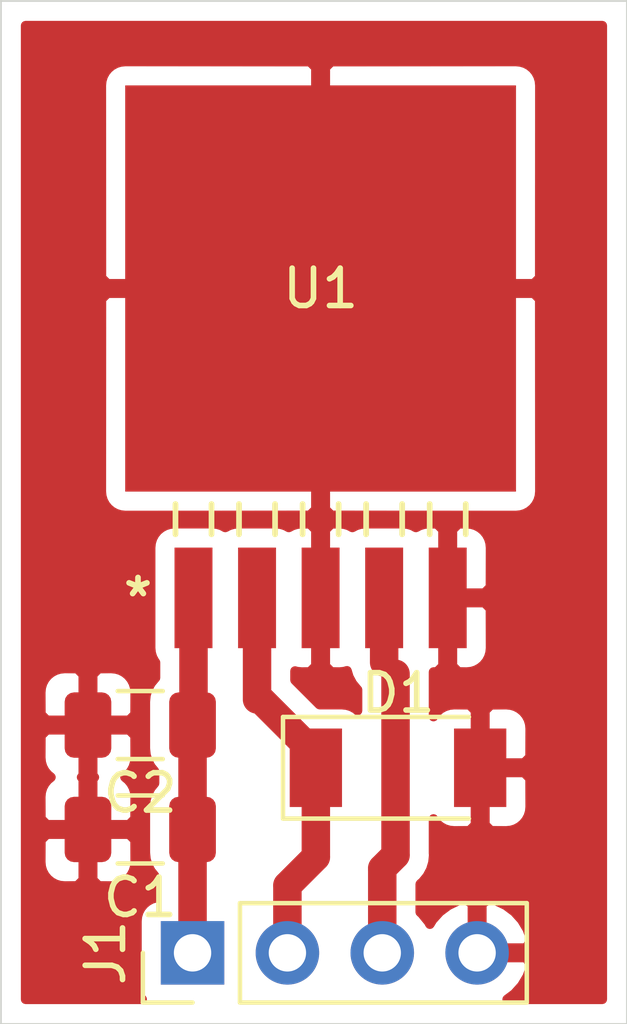
<source format=kicad_pcb>
(kicad_pcb (version 20171130) (host pcbnew "(5.1.4-0-10_14)")

  (general
    (thickness 1.6)
    (drawings 4)
    (tracks 14)
    (zones 0)
    (modules 5)
    (nets 5)
  )

  (page A4)
  (title_block
    (title "LM2592 Breakout Board")
    (date 2019-12-02)
    (rev v0.1)
    (comment 4 "Author:  Brian Bates")
  )

  (layers
    (0 F.Cu signal)
    (31 B.Cu signal)
    (32 B.Adhes user)
    (33 F.Adhes user)
    (34 B.Paste user)
    (35 F.Paste user)
    (36 B.SilkS user)
    (37 F.SilkS user)
    (38 B.Mask user)
    (39 F.Mask user)
    (40 Dwgs.User user)
    (41 Cmts.User user)
    (42 Eco1.User user)
    (43 Eco2.User user)
    (44 Edge.Cuts user)
    (45 Margin user)
    (46 B.CrtYd user)
    (47 F.CrtYd user)
    (48 B.Fab user)
    (49 F.Fab user)
  )

  (setup
    (last_trace_width 0.381)
    (trace_clearance 0.4064)
    (zone_clearance 0.508)
    (zone_45_only no)
    (trace_min 0.1524)
    (via_size 0.762)
    (via_drill 0.381)
    (via_min_size 0.6858)
    (via_min_drill 0.3302)
    (uvia_size 0.762)
    (uvia_drill 0.381)
    (uvias_allowed no)
    (uvia_min_size 0.6858)
    (uvia_min_drill 0.3302)
    (edge_width 0.05)
    (segment_width 0.2)
    (pcb_text_width 0.3)
    (pcb_text_size 1.5 1.5)
    (mod_edge_width 0.12)
    (mod_text_size 1 1)
    (mod_text_width 0.15)
    (pad_size 1.524 1.524)
    (pad_drill 0.762)
    (pad_to_mask_clearance 0.051)
    (solder_mask_min_width 0.25)
    (aux_axis_origin 0 0)
    (visible_elements FFFFFF7F)
    (pcbplotparams
      (layerselection 0x01000_ffffffff)
      (usegerberextensions false)
      (usegerberattributes false)
      (usegerberadvancedattributes false)
      (creategerberjobfile false)
      (excludeedgelayer true)
      (linewidth 0.100000)
      (plotframeref false)
      (viasonmask false)
      (mode 1)
      (useauxorigin false)
      (hpglpennumber 1)
      (hpglpenspeed 20)
      (hpglpendiameter 15.000000)
      (psnegative false)
      (psa4output false)
      (plotreference false)
      (plotvalue false)
      (plotinvisibletext false)
      (padsonsilk true)
      (subtractmaskfromsilk false)
      (outputformat 1)
      (mirror false)
      (drillshape 0)
      (scaleselection 1)
      (outputdirectory "Gerbers/"))
  )

  (net 0 "")
  (net 1 VIN)
  (net 2 FB)
  (net 3 VOUT)
  (net 4 GNDD)

  (net_class Default "This is the default net class."
    (clearance 0.4064)
    (trace_width 0.381)
    (via_dia 0.762)
    (via_drill 0.381)
    (uvia_dia 0.762)
    (uvia_drill 0.381)
    (add_net FB)
    (add_net GNDD)
    (add_net VIN)
    (add_net VOUT)
  )

  (module Connector_PinHeader_2.54mm:PinHeader_1x04_P2.54mm_Vertical (layer F.Cu) (tedit 59FED5CC) (tstamp 5DE614A2)
    (at 173.99 96.139 90)
    (descr "Through hole straight pin header, 1x04, 2.54mm pitch, single row")
    (tags "Through hole pin header THT 1x04 2.54mm single row")
    (path /5DFEA6A4)
    (fp_text reference J1 (at 0 -2.33 90) (layer F.SilkS)
      (effects (font (size 1 1) (thickness 0.15)))
    )
    (fp_text value Conn_01x04_Female (at 0 9.95 90) (layer F.Fab) hide
      (effects (font (size 1 1) (thickness 0.15)))
    )
    (fp_line (start -0.635 -1.27) (end 1.27 -1.27) (layer F.Fab) (width 0.1))
    (fp_line (start 1.27 -1.27) (end 1.27 8.89) (layer F.Fab) (width 0.1))
    (fp_line (start 1.27 8.89) (end -1.27 8.89) (layer F.Fab) (width 0.1))
    (fp_line (start -1.27 8.89) (end -1.27 -0.635) (layer F.Fab) (width 0.1))
    (fp_line (start -1.27 -0.635) (end -0.635 -1.27) (layer F.Fab) (width 0.1))
    (fp_line (start -1.33 8.95) (end 1.33 8.95) (layer F.SilkS) (width 0.12))
    (fp_line (start -1.33 1.27) (end -1.33 8.95) (layer F.SilkS) (width 0.12))
    (fp_line (start 1.33 1.27) (end 1.33 8.95) (layer F.SilkS) (width 0.12))
    (fp_line (start -1.33 1.27) (end 1.33 1.27) (layer F.SilkS) (width 0.12))
    (fp_line (start -1.33 0) (end -1.33 -1.33) (layer F.SilkS) (width 0.12))
    (fp_line (start -1.33 -1.33) (end 0 -1.33) (layer F.SilkS) (width 0.12))
    (fp_line (start -1.8 -1.8) (end -1.8 9.4) (layer F.CrtYd) (width 0.05))
    (fp_line (start -1.8 9.4) (end 1.8 9.4) (layer F.CrtYd) (width 0.05))
    (fp_line (start 1.8 9.4) (end 1.8 -1.8) (layer F.CrtYd) (width 0.05))
    (fp_line (start 1.8 -1.8) (end -1.8 -1.8) (layer F.CrtYd) (width 0.05))
    (fp_text user %R (at 0 3.81) (layer F.Fab)
      (effects (font (size 1 1) (thickness 0.15)))
    )
    (pad 1 thru_hole rect (at 0 0 90) (size 1.7 1.7) (drill 1) (layers *.Cu *.Mask)
      (net 1 VIN))
    (pad 2 thru_hole oval (at 0 2.54 90) (size 1.7 1.7) (drill 1) (layers *.Cu *.Mask)
      (net 3 VOUT))
    (pad 3 thru_hole oval (at 0 5.08 90) (size 1.7 1.7) (drill 1) (layers *.Cu *.Mask)
      (net 2 FB))
    (pad 4 thru_hole oval (at 0 7.62 90) (size 1.7 1.7) (drill 1) (layers *.Cu *.Mask)
      (net 4 GNDD))
    (model ${KISYS3DMOD}/Connector_PinHeader_2.54mm.3dshapes/PinHeader_1x04_P2.54mm_Vertical.wrl
      (at (xyz 0 0 0))
      (scale (xyz 1 1 1))
      (rotate (xyz 0 0 0))
    )
  )

  (module MyLibrary:LM2592HVSX-5.0&slash_NOPB (layer F.Cu) (tedit 0) (tstamp 5DE614DB)
    (at 177.419 78.359)
    (path /5DFE9E78)
    (fp_text reference U1 (at 0 0) (layer F.SilkS)
      (effects (font (size 1 1) (thickness 0.15)))
    )
    (fp_text value LM2592HVSX-5.0_NOPB (at 0.406399 -6.400801) (layer F.SilkS) hide
      (effects (font (size 1 1) (thickness 0.15)))
    )
    (fp_text user "Copyright 2016 Accelerated Designs. All rights reserved." (at 0 0) (layer Cmts.User)
      (effects (font (size 0.127 0.127) (thickness 0.002)))
    )
    (fp_text user * (at -4.8895 8.2804) (layer F.SilkS)
      (effects (font (size 1 1) (thickness 0.15)))
    )
    (fp_text user * (at -3.4036 4.826) (layer F.Fab)
      (effects (font (size 1 1) (thickness 0.15)))
    )
    (fp_text user * (at -3.4036 4.826) (layer F.Fab)
      (effects (font (size 1 1) (thickness 0.15)))
    )
    (fp_text user * (at -4.8895 8.2804) (layer F.SilkS)
      (effects (font (size 1 1) (thickness 0.15)))
    )
    (fp_line (start -2.921 5.08) (end -3.8862 5.08) (layer F.Fab) (width 0.1524))
    (fp_line (start -3.8862 5.08) (end -3.8862 9.271) (layer F.Fab) (width 0.1524))
    (fp_line (start -3.8862 9.271) (end -2.921 9.271) (layer F.Fab) (width 0.1524))
    (fp_line (start -2.921 9.271) (end -2.921 5.08) (layer F.Fab) (width 0.1524))
    (fp_line (start -1.2192 5.08) (end -2.1844 5.08) (layer F.Fab) (width 0.1524))
    (fp_line (start -2.1844 5.08) (end -2.1844 9.271) (layer F.Fab) (width 0.1524))
    (fp_line (start -2.1844 9.271) (end -1.2192 9.271) (layer F.Fab) (width 0.1524))
    (fp_line (start -1.2192 9.271) (end -1.2192 5.08) (layer F.Fab) (width 0.1524))
    (fp_line (start 0.4826 5.08) (end -0.4826 5.08) (layer F.Fab) (width 0.1524))
    (fp_line (start -0.4826 5.08) (end -0.4826 9.271) (layer F.Fab) (width 0.1524))
    (fp_line (start -0.4826 9.271) (end 0.4826 9.271) (layer F.Fab) (width 0.1524))
    (fp_line (start 0.4826 9.271) (end 0.4826 5.08) (layer F.Fab) (width 0.1524))
    (fp_line (start 2.1844 5.08) (end 1.2192 5.08) (layer F.Fab) (width 0.1524))
    (fp_line (start 1.2192 5.08) (end 1.2192 9.271) (layer F.Fab) (width 0.1524))
    (fp_line (start 1.2192 9.271) (end 2.1844 9.271) (layer F.Fab) (width 0.1524))
    (fp_line (start 2.1844 9.271) (end 2.1844 5.08) (layer F.Fab) (width 0.1524))
    (fp_line (start 3.8862 5.08) (end 2.921 5.08) (layer F.Fab) (width 0.1524))
    (fp_line (start 2.921 5.08) (end 2.921 9.271) (layer F.Fab) (width 0.1524))
    (fp_line (start 2.921 9.271) (end 3.8862 9.271) (layer F.Fab) (width 0.1524))
    (fp_line (start 3.8862 9.271) (end 3.8862 5.08) (layer F.Fab) (width 0.1524))
    (fp_line (start -3.8862 5.76834) (end -3.8862 6.5786) (layer F.SilkS) (width 0.1524))
    (fp_line (start -2.1844 5.76834) (end -2.1844 6.5786) (layer F.SilkS) (width 0.1524))
    (fp_line (start -0.4826 5.76834) (end -0.4826 6.5786) (layer F.SilkS) (width 0.1524))
    (fp_line (start 1.2192 5.76834) (end 1.2192 6.5786) (layer F.SilkS) (width 0.1524))
    (fp_line (start 2.921 5.76834) (end 2.921 6.5786) (layer F.SilkS) (width 0.1524))
    (fp_line (start -2.921 5.76834) (end -2.921 6.5786) (layer F.SilkS) (width 0.1524))
    (fp_line (start -1.2192 5.76834) (end -1.2192 6.5786) (layer F.SilkS) (width 0.1524))
    (fp_line (start 0.4826 5.76834) (end 0.4826 6.5786) (layer F.SilkS) (width 0.1524))
    (fp_line (start 2.1844 5.76834) (end 2.1844 6.5786) (layer F.SilkS) (width 0.1524))
    (fp_line (start 3.8862 5.76834) (end 3.8862 6.5786) (layer F.SilkS) (width 0.1524))
    (fp_line (start -5.207 5.08) (end 5.207 5.08) (layer F.Fab) (width 0.1524))
    (fp_line (start 5.207 5.08) (end 5.207 -5.08) (layer F.Fab) (width 0.1524))
    (fp_line (start 5.207 -5.08) (end -5.207 -5.08) (layer F.Fab) (width 0.1524))
    (fp_line (start -5.207 -5.08) (end -5.207 5.08) (layer F.Fab) (width 0.1524))
    (fp_line (start -5.4864 5.6896) (end -5.4864 -5.6896) (layer F.CrtYd) (width 0.1524))
    (fp_line (start -5.4864 -5.6896) (end 5.4864 -5.6896) (layer F.CrtYd) (width 0.1524))
    (fp_line (start 5.4864 -5.6896) (end 5.4864 5.6896) (layer F.CrtYd) (width 0.1524))
    (fp_line (start 5.4864 5.6896) (end 4.1656 5.6896) (layer F.CrtYd) (width 0.1524))
    (fp_line (start 4.1656 5.6896) (end 4.1656 9.8806) (layer F.CrtYd) (width 0.1524))
    (fp_line (start 4.1656 9.8806) (end -4.1656 9.8806) (layer F.CrtYd) (width 0.1524))
    (fp_line (start -4.1656 9.8806) (end -4.1656 5.6896) (layer F.CrtYd) (width 0.1524))
    (fp_line (start -4.1656 5.6896) (end -5.4864 5.6896) (layer F.CrtYd) (width 0.1524))
    (pad 1 smd rect (at -3.4036 8.2804) (size 1.016 2.6924) (layers F.Cu F.Paste F.Mask)
      (net 1 VIN))
    (pad 2 smd rect (at -1.7018 8.2804) (size 1.016 2.6924) (layers F.Cu F.Paste F.Mask)
      (net 3 VOUT))
    (pad 3 smd rect (at 0 8.2804) (size 1.016 2.6924) (layers F.Cu F.Paste F.Mask)
      (net 4 GNDD))
    (pad 4 smd rect (at 1.7018 8.2804) (size 1.016 2.6924) (layers F.Cu F.Paste F.Mask)
      (net 2 FB))
    (pad 5 smd rect (at 3.4036 8.2804) (size 1.016 2.6924) (layers F.Cu F.Paste F.Mask)
      (net 4 GNDD))
    (pad 6 smd rect (at 0 0) (size 10.4648 10.8712) (layers F.Cu F.Paste F.Mask)
      (net 4 GNDD))
  )

  (module Capacitor_SMD:C_1206_3216Metric (layer F.Cu) (tedit 5B301BBE) (tstamp 5DE68DBF)
    (at 172.59 92.837 180)
    (descr "Capacitor SMD 1206 (3216 Metric), square (rectangular) end terminal, IPC_7351 nominal, (Body size source: http://www.tortai-tech.com/upload/download/2011102023233369053.pdf), generated with kicad-footprint-generator")
    (tags capacitor)
    (path /5DE6AD96)
    (attr smd)
    (fp_text reference C1 (at 0 -1.82) (layer F.SilkS)
      (effects (font (size 1 1) (thickness 0.15)))
    )
    (fp_text value C (at 0 1.82) (layer F.Fab)
      (effects (font (size 1 1) (thickness 0.15)))
    )
    (fp_line (start -1.6 0.8) (end -1.6 -0.8) (layer F.Fab) (width 0.1))
    (fp_line (start -1.6 -0.8) (end 1.6 -0.8) (layer F.Fab) (width 0.1))
    (fp_line (start 1.6 -0.8) (end 1.6 0.8) (layer F.Fab) (width 0.1))
    (fp_line (start 1.6 0.8) (end -1.6 0.8) (layer F.Fab) (width 0.1))
    (fp_line (start -0.602064 -0.91) (end 0.602064 -0.91) (layer F.SilkS) (width 0.12))
    (fp_line (start -0.602064 0.91) (end 0.602064 0.91) (layer F.SilkS) (width 0.12))
    (fp_line (start -2.28 1.12) (end -2.28 -1.12) (layer F.CrtYd) (width 0.05))
    (fp_line (start -2.28 -1.12) (end 2.28 -1.12) (layer F.CrtYd) (width 0.05))
    (fp_line (start 2.28 -1.12) (end 2.28 1.12) (layer F.CrtYd) (width 0.05))
    (fp_line (start 2.28 1.12) (end -2.28 1.12) (layer F.CrtYd) (width 0.05))
    (fp_text user %R (at 0 0) (layer F.Fab)
      (effects (font (size 0.8 0.8) (thickness 0.12)))
    )
    (pad 1 smd roundrect (at -1.4 0 180) (size 1.25 1.75) (layers F.Cu F.Paste F.Mask) (roundrect_rratio 0.2)
      (net 1 VIN))
    (pad 2 smd roundrect (at 1.4 0 180) (size 1.25 1.75) (layers F.Cu F.Paste F.Mask) (roundrect_rratio 0.2)
      (net 4 GNDD))
    (model ${KISYS3DMOD}/Capacitor_SMD.3dshapes/C_1206_3216Metric.wrl
      (at (xyz 0 0 0))
      (scale (xyz 1 1 1))
      (rotate (xyz 0 0 0))
    )
  )

  (module Capacitor_SMD:C_1206_3216Metric (layer F.Cu) (tedit 5B301BBE) (tstamp 5DE68DD0)
    (at 172.59 90.043 180)
    (descr "Capacitor SMD 1206 (3216 Metric), square (rectangular) end terminal, IPC_7351 nominal, (Body size source: http://www.tortai-tech.com/upload/download/2011102023233369053.pdf), generated with kicad-footprint-generator")
    (tags capacitor)
    (path /5DE6B792)
    (attr smd)
    (fp_text reference C2 (at 0 -1.82) (layer F.SilkS)
      (effects (font (size 1 1) (thickness 0.15)))
    )
    (fp_text value C (at 0 1.82) (layer F.Fab)
      (effects (font (size 1 1) (thickness 0.15)))
    )
    (fp_text user %R (at 0 0) (layer F.Fab)
      (effects (font (size 0.8 0.8) (thickness 0.12)))
    )
    (fp_line (start 2.28 1.12) (end -2.28 1.12) (layer F.CrtYd) (width 0.05))
    (fp_line (start 2.28 -1.12) (end 2.28 1.12) (layer F.CrtYd) (width 0.05))
    (fp_line (start -2.28 -1.12) (end 2.28 -1.12) (layer F.CrtYd) (width 0.05))
    (fp_line (start -2.28 1.12) (end -2.28 -1.12) (layer F.CrtYd) (width 0.05))
    (fp_line (start -0.602064 0.91) (end 0.602064 0.91) (layer F.SilkS) (width 0.12))
    (fp_line (start -0.602064 -0.91) (end 0.602064 -0.91) (layer F.SilkS) (width 0.12))
    (fp_line (start 1.6 0.8) (end -1.6 0.8) (layer F.Fab) (width 0.1))
    (fp_line (start 1.6 -0.8) (end 1.6 0.8) (layer F.Fab) (width 0.1))
    (fp_line (start -1.6 -0.8) (end 1.6 -0.8) (layer F.Fab) (width 0.1))
    (fp_line (start -1.6 0.8) (end -1.6 -0.8) (layer F.Fab) (width 0.1))
    (pad 2 smd roundrect (at 1.4 0 180) (size 1.25 1.75) (layers F.Cu F.Paste F.Mask) (roundrect_rratio 0.2)
      (net 4 GNDD))
    (pad 1 smd roundrect (at -1.4 0 180) (size 1.25 1.75) (layers F.Cu F.Paste F.Mask) (roundrect_rratio 0.2)
      (net 1 VIN))
    (model ${KISYS3DMOD}/Capacitor_SMD.3dshapes/C_1206_3216Metric.wrl
      (at (xyz 0 0 0))
      (scale (xyz 1 1 1))
      (rotate (xyz 0 0 0))
    )
  )

  (module Diode_SMD:D_SOD-128 (layer F.Cu) (tedit 5D3216F4) (tstamp 5DE68DE9)
    (at 179.492 91.186)
    (descr "D_SOD-128 (CFP5 SlimSMAW), https://assets.nexperia.com/documents/outline-drawing/SOD128.pdf")
    (tags D_SOD-128)
    (path /5DE6CDBD)
    (attr smd)
    (fp_text reference D1 (at 0 -2) (layer F.SilkS)
      (effects (font (size 1 1) (thickness 0.15)))
    )
    (fp_text value D_Schottky_ALT (at 0 2) (layer F.Fab) hide
      (effects (font (size 1 1) (thickness 0.15)))
    )
    (fp_text user %R (at 0 -2) (layer F.Fab)
      (effects (font (size 1 1) (thickness 0.15)))
    )
    (fp_line (start -3.08 -1.36) (end -3.08 1.36) (layer F.SilkS) (width 0.12))
    (fp_line (start 0.25 0) (end 0.75 0) (layer F.Fab) (width 0.1))
    (fp_line (start 0.25 0.4) (end -0.35 0) (layer F.Fab) (width 0.1))
    (fp_line (start 0.25 -0.4) (end 0.25 0.4) (layer F.Fab) (width 0.1))
    (fp_line (start -0.35 0) (end 0.25 -0.4) (layer F.Fab) (width 0.1))
    (fp_line (start -0.35 0) (end -0.35 0.55) (layer F.Fab) (width 0.1))
    (fp_line (start -0.35 0) (end -0.35 -0.55) (layer F.Fab) (width 0.1))
    (fp_line (start -0.75 0) (end -0.35 0) (layer F.Fab) (width 0.1))
    (fp_line (start -1.9 1.25) (end -1.9 -1.25) (layer F.Fab) (width 0.1))
    (fp_line (start 1.9 1.25) (end -1.9 1.25) (layer F.Fab) (width 0.1))
    (fp_line (start 1.9 -1.25) (end 1.9 1.25) (layer F.Fab) (width 0.1))
    (fp_line (start -1.9 -1.25) (end 1.9 -1.25) (layer F.Fab) (width 0.1))
    (fp_line (start -3.15 -1.5) (end 3.15 -1.5) (layer F.CrtYd) (width 0.05))
    (fp_line (start 3.15 -1.5) (end 3.15 1.5) (layer F.CrtYd) (width 0.05))
    (fp_line (start 3.15 1.5) (end -3.15 1.5) (layer F.CrtYd) (width 0.05))
    (fp_line (start -3.15 -1.5) (end -3.15 1.5) (layer F.CrtYd) (width 0.05))
    (fp_line (start -3.08 1.36) (end 1.9 1.36) (layer F.SilkS) (width 0.12))
    (fp_line (start -3.08 -1.36) (end 1.9 -1.36) (layer F.SilkS) (width 0.12))
    (pad 1 smd rect (at -2.2 0) (size 1.4 2.1) (layers F.Cu F.Paste F.Mask)
      (net 3 VOUT))
    (pad 2 smd rect (at 2.2 0) (size 1.4 2.1) (layers F.Cu F.Paste F.Mask)
      (net 4 GNDD))
    (model ${KISYS3DMOD}/Diode_SMD.3dshapes/D_SOD-128.wrl
      (at (xyz 0 0 0))
      (scale (xyz 1 1 1))
      (rotate (xyz 0 0 0))
    )
  )

  (gr_line (start 168.8592 98.044) (end 168.8592 70.6628) (layer Edge.Cuts) (width 0.05) (tstamp 5DE69235))
  (gr_line (start 185.6232 98.044) (end 168.8592 98.044) (layer Edge.Cuts) (width 0.05))
  (gr_line (start 185.6232 70.6628) (end 185.6232 98.044) (layer Edge.Cuts) (width 0.05))
  (gr_line (start 168.8592 70.6628) (end 185.6232 70.6628) (layer Edge.Cuts) (width 0.05))

  (segment (start 174.0154 86.6394) (end 174.0154 90.1446) (width 0.762) (layer F.Cu) (net 1))
  (segment (start 174.0154 90.1446) (end 173.99 90.17) (width 0.381) (layer F.Cu) (net 1))
  (segment (start 173.99 90.17) (end 173.99 96.012) (width 0.762) (layer F.Cu) (net 1))
  (segment (start 179.1208 88.3666) (end 179.4256 88.6714) (width 0.381) (layer F.Cu) (net 2))
  (segment (start 179.1208 86.6394) (end 179.1208 88.3666) (width 0.762) (layer F.Cu) (net 2))
  (segment (start 179.4256 88.6714) (end 179.4256 93.5228) (width 0.762) (layer F.Cu) (net 2))
  (segment (start 179.4256 93.5228) (end 179.07 93.8784) (width 0.762) (layer F.Cu) (net 2))
  (segment (start 179.07 93.8784) (end 179.07 96.1136) (width 0.762) (layer F.Cu) (net 2))
  (segment (start 175.8132 89.3572) (end 177.292 90.836) (width 0.762) (layer F.Cu) (net 3))
  (segment (start 177.292 90.836) (end 177.292 93.5736) (width 0.762) (layer F.Cu) (net 3))
  (segment (start 177.292 93.5736) (end 176.53 94.3356) (width 0.762) (layer F.Cu) (net 3))
  (segment (start 176.53 94.3356) (end 176.53 95.5548) (width 0.762) (layer F.Cu) (net 3))
  (segment (start 175.7172 89.3572) (end 175.8132 89.3572) (width 0.381) (layer F.Cu) (net 3))
  (segment (start 175.7172 86.6394) (end 175.7172 89.3572) (width 0.762) (layer F.Cu) (net 3))

  (zone (net 4) (net_name GNDD) (layer F.Cu) (tstamp 5DE69259) (hatch edge 0.508)
    (connect_pads (clearance 0.508))
    (min_thickness 0.254)
    (fill yes (arc_segments 32) (thermal_gap 0.508) (thermal_bridge_width 0.508))
    (polygon
      (pts
        (xy 168.8592 70.6628) (xy 185.6232 70.6628) (xy 185.6232 98.044) (xy 168.8592 98.044)
      )
    )
    (filled_polygon
      (pts
        (xy 184.963201 97.384) (xy 182.412637 97.384) (xy 182.610269 97.236588) (xy 182.805178 97.020355) (xy 182.954157 96.770252)
        (xy 183.051481 96.495891) (xy 182.930814 96.266) (xy 181.737 96.266) (xy 181.737 96.286) (xy 181.483 96.286)
        (xy 181.483 96.266) (xy 181.463 96.266) (xy 181.463 96.012) (xy 181.483 96.012) (xy 181.483 94.818845)
        (xy 181.737 94.818845) (xy 181.737 96.012) (xy 182.930814 96.012) (xy 183.051481 95.782109) (xy 182.954157 95.507748)
        (xy 182.805178 95.257645) (xy 182.610269 95.041412) (xy 182.37692 94.867359) (xy 182.114099 94.742175) (xy 181.96689 94.697524)
        (xy 181.737 94.818845) (xy 181.483 94.818845) (xy 181.25311 94.697524) (xy 181.105901 94.742175) (xy 180.84308 94.867359)
        (xy 180.609731 95.041412) (xy 180.414822 95.257645) (xy 180.345201 95.374523) (xy 180.310706 95.309986) (xy 180.125134 95.083866)
        (xy 180.086 95.05175) (xy 180.086 94.29924) (xy 180.108727 94.276513) (xy 180.147496 94.244696) (xy 180.27446 94.08999)
        (xy 180.368802 93.913487) (xy 180.426898 93.721971) (xy 180.4416 93.572702) (xy 180.4416 93.572695) (xy 180.446514 93.522801)
        (xy 180.4416 93.472907) (xy 180.4416 92.553334) (xy 180.461463 92.590494) (xy 180.540815 92.687185) (xy 180.637506 92.766537)
        (xy 180.74782 92.825502) (xy 180.867518 92.861812) (xy 180.992 92.874072) (xy 181.40625 92.871) (xy 181.565 92.71225)
        (xy 181.565 91.313) (xy 181.819 91.313) (xy 181.819 92.71225) (xy 181.97775 92.871) (xy 182.392 92.874072)
        (xy 182.516482 92.861812) (xy 182.63618 92.825502) (xy 182.746494 92.766537) (xy 182.843185 92.687185) (xy 182.922537 92.590494)
        (xy 182.981502 92.48018) (xy 183.017812 92.360482) (xy 183.030072 92.236) (xy 183.027 91.47175) (xy 182.86825 91.313)
        (xy 181.819 91.313) (xy 181.565 91.313) (xy 181.545 91.313) (xy 181.545 91.059) (xy 181.565 91.059)
        (xy 181.565 89.65975) (xy 181.819 89.65975) (xy 181.819 91.059) (xy 182.86825 91.059) (xy 183.027 90.90025)
        (xy 183.030072 90.136) (xy 183.017812 90.011518) (xy 182.981502 89.89182) (xy 182.922537 89.781506) (xy 182.843185 89.684815)
        (xy 182.746494 89.605463) (xy 182.63618 89.546498) (xy 182.516482 89.510188) (xy 182.392 89.497928) (xy 181.97775 89.501)
        (xy 181.819 89.65975) (xy 181.565 89.65975) (xy 181.40625 89.501) (xy 180.992 89.497928) (xy 180.867518 89.510188)
        (xy 180.74782 89.546498) (xy 180.637506 89.605463) (xy 180.540815 89.684815) (xy 180.461463 89.781506) (xy 180.4416 89.818666)
        (xy 180.4416 88.621917) (xy 180.53685 88.6206) (xy 180.6956 88.46185) (xy 180.6956 86.7664) (xy 180.9496 86.7664)
        (xy 180.9496 88.46185) (xy 181.10835 88.6206) (xy 181.3306 88.623672) (xy 181.455082 88.611412) (xy 181.57478 88.575102)
        (xy 181.685094 88.516137) (xy 181.781785 88.436785) (xy 181.861137 88.340094) (xy 181.920102 88.22978) (xy 181.956412 88.110082)
        (xy 181.968672 87.9856) (xy 181.9656 86.92515) (xy 181.80685 86.7664) (xy 180.9496 86.7664) (xy 180.6956 86.7664)
        (xy 180.6756 86.7664) (xy 180.6756 86.5124) (xy 180.6956 86.5124) (xy 180.6956 84.81695) (xy 180.9496 84.81695)
        (xy 180.9496 86.5124) (xy 181.80685 86.5124) (xy 181.9656 86.35365) (xy 181.968672 85.2932) (xy 181.956412 85.168718)
        (xy 181.920102 85.04902) (xy 181.861137 84.938706) (xy 181.781785 84.842015) (xy 181.685094 84.762663) (xy 181.57478 84.703698)
        (xy 181.455082 84.667388) (xy 181.3306 84.655128) (xy 181.10835 84.6582) (xy 180.9496 84.81695) (xy 180.6956 84.81695)
        (xy 180.53685 84.6582) (xy 180.3146 84.655128) (xy 180.190118 84.667388) (xy 180.07042 84.703698) (xy 179.9717 84.756466)
        (xy 179.87298 84.703698) (xy 179.753282 84.667388) (xy 179.6288 84.655128) (xy 178.6128 84.655128) (xy 178.488318 84.667388)
        (xy 178.36862 84.703698) (xy 178.2699 84.756466) (xy 178.17118 84.703698) (xy 178.051482 84.667388) (xy 177.927 84.655128)
        (xy 177.70475 84.6582) (xy 177.546 84.81695) (xy 177.546 86.5124) (xy 177.566 86.5124) (xy 177.566 86.7664)
        (xy 177.546 86.7664) (xy 177.546 88.46185) (xy 177.70475 88.6206) (xy 177.927 88.623672) (xy 178.051482 88.611412)
        (xy 178.12645 88.588671) (xy 178.177599 88.757287) (xy 178.271941 88.93379) (xy 178.398905 89.088496) (xy 178.4096 89.097273)
        (xy 178.4096 89.657253) (xy 178.346494 89.605463) (xy 178.23618 89.546498) (xy 178.116482 89.510188) (xy 177.992 89.497928)
        (xy 177.390769 89.497928) (xy 176.7332 88.84036) (xy 176.7332 88.595238) (xy 176.786518 88.611412) (xy 176.911 88.623672)
        (xy 177.13325 88.6206) (xy 177.292 88.46185) (xy 177.292 86.7664) (xy 177.272 86.7664) (xy 177.272 86.5124)
        (xy 177.292 86.5124) (xy 177.292 84.81695) (xy 177.13325 84.6582) (xy 176.911 84.655128) (xy 176.786518 84.667388)
        (xy 176.66682 84.703698) (xy 176.5681 84.756466) (xy 176.46938 84.703698) (xy 176.349682 84.667388) (xy 176.2252 84.655128)
        (xy 175.2092 84.655128) (xy 175.084718 84.667388) (xy 174.96502 84.703698) (xy 174.8663 84.756466) (xy 174.76758 84.703698)
        (xy 174.647882 84.667388) (xy 174.5234 84.655128) (xy 173.5074 84.655128) (xy 173.382918 84.667388) (xy 173.26322 84.703698)
        (xy 173.152906 84.762663) (xy 173.056215 84.842015) (xy 172.976863 84.938706) (xy 172.917898 85.04902) (xy 172.881588 85.168718)
        (xy 172.869328 85.2932) (xy 172.869328 87.9856) (xy 172.881588 88.110082) (xy 172.917898 88.22978) (xy 172.976863 88.340094)
        (xy 172.9994 88.367556) (xy 172.999401 88.779892) (xy 172.987038 88.790038) (xy 172.876595 88.924614) (xy 172.794528 89.07815)
        (xy 172.743992 89.244746) (xy 172.726928 89.418) (xy 172.726928 90.668) (xy 172.743992 90.841254) (xy 172.794528 91.00785)
        (xy 172.876595 91.161386) (xy 172.974 91.280075) (xy 172.974 91.599925) (xy 172.876595 91.718614) (xy 172.794528 91.87215)
        (xy 172.743992 92.038746) (xy 172.726928 92.212) (xy 172.726928 93.462) (xy 172.743992 93.635254) (xy 172.794528 93.80185)
        (xy 172.876595 93.955386) (xy 172.974001 94.074076) (xy 172.974001 94.675782) (xy 172.89582 94.699498) (xy 172.785506 94.758463)
        (xy 172.688815 94.837815) (xy 172.609463 94.934506) (xy 172.550498 95.04482) (xy 172.514188 95.164518) (xy 172.501928 95.289)
        (xy 172.501928 96.989) (xy 172.514188 97.113482) (xy 172.550498 97.23318) (xy 172.609463 97.343494) (xy 172.642705 97.384)
        (xy 169.5192 97.384) (xy 169.5192 93.712) (xy 169.926928 93.712) (xy 169.939188 93.836482) (xy 169.975498 93.95618)
        (xy 170.034463 94.066494) (xy 170.113815 94.163185) (xy 170.210506 94.242537) (xy 170.32082 94.301502) (xy 170.440518 94.337812)
        (xy 170.565 94.350072) (xy 170.90425 94.347) (xy 171.063 94.18825) (xy 171.063 92.964) (xy 171.317 92.964)
        (xy 171.317 94.18825) (xy 171.47575 94.347) (xy 171.815 94.350072) (xy 171.939482 94.337812) (xy 172.05918 94.301502)
        (xy 172.169494 94.242537) (xy 172.266185 94.163185) (xy 172.345537 94.066494) (xy 172.404502 93.95618) (xy 172.440812 93.836482)
        (xy 172.453072 93.712) (xy 172.45 93.12275) (xy 172.29125 92.964) (xy 171.317 92.964) (xy 171.063 92.964)
        (xy 170.08875 92.964) (xy 169.93 93.12275) (xy 169.926928 93.712) (xy 169.5192 93.712) (xy 169.5192 90.918)
        (xy 169.926928 90.918) (xy 169.939188 91.042482) (xy 169.975498 91.16218) (xy 170.034463 91.272494) (xy 170.113815 91.369185)
        (xy 170.200104 91.44) (xy 170.113815 91.510815) (xy 170.034463 91.607506) (xy 169.975498 91.71782) (xy 169.939188 91.837518)
        (xy 169.926928 91.962) (xy 169.93 92.55125) (xy 170.08875 92.71) (xy 171.063 92.71) (xy 171.063 91.48575)
        (xy 171.01725 91.44) (xy 171.063 91.39425) (xy 171.063 90.17) (xy 171.317 90.17) (xy 171.317 91.39425)
        (xy 171.36275 91.44) (xy 171.317 91.48575) (xy 171.317 92.71) (xy 172.29125 92.71) (xy 172.45 92.55125)
        (xy 172.453072 91.962) (xy 172.440812 91.837518) (xy 172.404502 91.71782) (xy 172.345537 91.607506) (xy 172.266185 91.510815)
        (xy 172.179896 91.44) (xy 172.266185 91.369185) (xy 172.345537 91.272494) (xy 172.404502 91.16218) (xy 172.440812 91.042482)
        (xy 172.453072 90.918) (xy 172.45 90.32875) (xy 172.29125 90.17) (xy 171.317 90.17) (xy 171.063 90.17)
        (xy 170.08875 90.17) (xy 169.93 90.32875) (xy 169.926928 90.918) (xy 169.5192 90.918) (xy 169.5192 89.168)
        (xy 169.926928 89.168) (xy 169.93 89.75725) (xy 170.08875 89.916) (xy 171.063 89.916) (xy 171.063 88.69175)
        (xy 171.317 88.69175) (xy 171.317 89.916) (xy 172.29125 89.916) (xy 172.45 89.75725) (xy 172.453072 89.168)
        (xy 172.440812 89.043518) (xy 172.404502 88.92382) (xy 172.345537 88.813506) (xy 172.266185 88.716815) (xy 172.169494 88.637463)
        (xy 172.05918 88.578498) (xy 171.939482 88.542188) (xy 171.815 88.529928) (xy 171.47575 88.533) (xy 171.317 88.69175)
        (xy 171.063 88.69175) (xy 170.90425 88.533) (xy 170.565 88.529928) (xy 170.440518 88.542188) (xy 170.32082 88.578498)
        (xy 170.210506 88.637463) (xy 170.113815 88.716815) (xy 170.034463 88.813506) (xy 169.975498 88.92382) (xy 169.939188 89.043518)
        (xy 169.926928 89.168) (xy 169.5192 89.168) (xy 169.5192 83.7946) (xy 171.548528 83.7946) (xy 171.560788 83.919082)
        (xy 171.597098 84.03878) (xy 171.656063 84.149094) (xy 171.735415 84.245785) (xy 171.832106 84.325137) (xy 171.94242 84.384102)
        (xy 172.062118 84.420412) (xy 172.1866 84.432672) (xy 177.13325 84.4296) (xy 177.292 84.27085) (xy 177.292 78.486)
        (xy 177.546 78.486) (xy 177.546 84.27085) (xy 177.70475 84.4296) (xy 182.6514 84.432672) (xy 182.775882 84.420412)
        (xy 182.89558 84.384102) (xy 183.005894 84.325137) (xy 183.102585 84.245785) (xy 183.181937 84.149094) (xy 183.240902 84.03878)
        (xy 183.277212 83.919082) (xy 183.289472 83.7946) (xy 183.2864 78.64475) (xy 183.12765 78.486) (xy 177.546 78.486)
        (xy 177.292 78.486) (xy 171.71035 78.486) (xy 171.5516 78.64475) (xy 171.548528 83.7946) (xy 169.5192 83.7946)
        (xy 169.5192 72.9234) (xy 171.548528 72.9234) (xy 171.5516 78.07325) (xy 171.71035 78.232) (xy 177.292 78.232)
        (xy 177.292 72.44715) (xy 177.546 72.44715) (xy 177.546 78.232) (xy 183.12765 78.232) (xy 183.2864 78.07325)
        (xy 183.289472 72.9234) (xy 183.277212 72.798918) (xy 183.240902 72.67922) (xy 183.181937 72.568906) (xy 183.102585 72.472215)
        (xy 183.005894 72.392863) (xy 182.89558 72.333898) (xy 182.775882 72.297588) (xy 182.6514 72.285328) (xy 177.70475 72.2884)
        (xy 177.546 72.44715) (xy 177.292 72.44715) (xy 177.13325 72.2884) (xy 172.1866 72.285328) (xy 172.062118 72.297588)
        (xy 171.94242 72.333898) (xy 171.832106 72.392863) (xy 171.735415 72.472215) (xy 171.656063 72.568906) (xy 171.597098 72.67922)
        (xy 171.560788 72.798918) (xy 171.548528 72.9234) (xy 169.5192 72.9234) (xy 169.5192 71.3228) (xy 184.9632 71.3228)
      )
    )
  )
)

</source>
